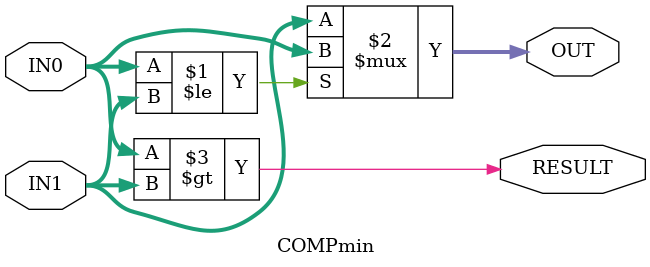
<source format=v>

module COMPmin(IN0,IN1,OUT,RESULT);

parameter ND = 16;

input [ND-1:0] IN0,IN1;

output [ND-1:0] OUT;
output RESULT;

assign OUT = (IN0<=IN1) ? (IN0) : (IN1);
assign RESULT = IN0>IN1;

endmodule



</source>
